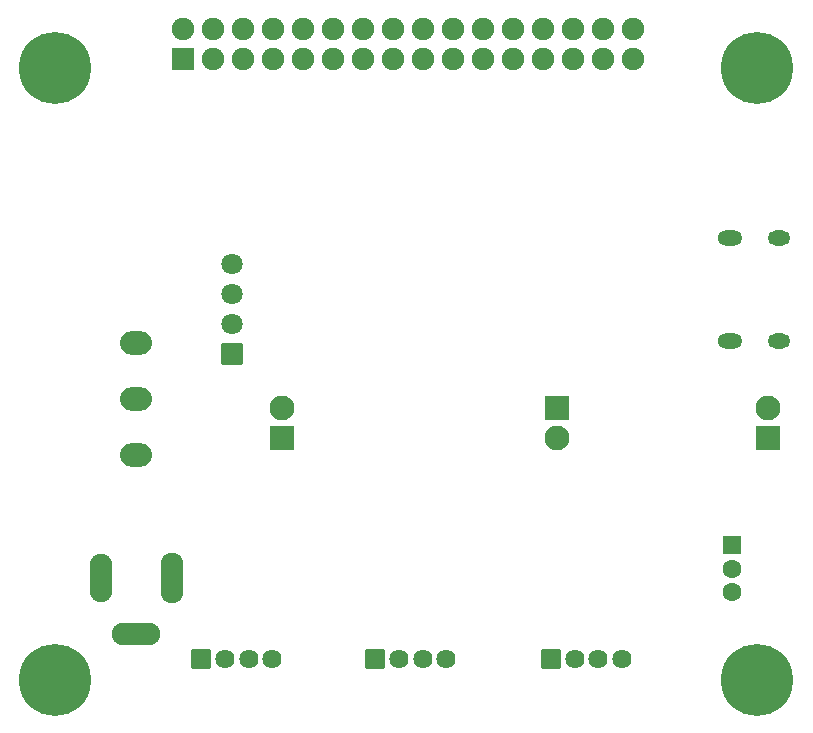
<source format=gbs>
G04 Layer: BottomSolderMaskLayer*
G04 EasyEDA Pro v2.2.36.7, 2025-05-26 04:11:26*
G04 Gerber Generator version 0.3*
G04 Scale: 100 percent, Rotated: No, Reflected: No*
G04 Dimensions in millimeters*
G04 Leading zeros omitted, absolute positions, 4 integers and 5 decimals*
%FSLAX45Y45*%
%MOMM*%
%AMRoundRect*1,1,$1,$2,$3*1,1,$1,$4,$5*1,1,$1,0-$2,0-$3*1,1,$1,0-$4,0-$5*20,1,$1,$2,$3,$4,$5,0*20,1,$1,$4,$5,0-$2,0-$3,0*20,1,$1,0-$2,0-$3,0-$4,0-$5,0*20,1,$1,0-$4,0-$5,$2,$3,0*4,1,4,$2,$3,$4,$5,0-$2,0-$3,0-$4,0-$5,$2,$3,0*%
%ADD10C,6.1016*%
%ADD11O,1.9016X4.30159*%
%ADD12O,1.9016X4.10159*%
%ADD13O,4.10159X1.9016*%
%ADD14O,1.9016X1.3016*%
%ADD15O,2.1016X1.3016*%
%ADD16O,2.69999X2.0*%
%ADD17RoundRect,0.09618X-0.85271X-0.85271X-0.85271X0.85271*%
%ADD18C,1.8016*%
%ADD19RoundRect,0.09645X-0.90258X0.90258X0.90258X0.90258*%
%ADD20C,1.9016*%
%ADD21RoundRect,0.09691X-1.00234X-1.00234X-1.00234X1.00234*%
%ADD22C,2.1016*%
%ADD23RoundRect,0.09691X1.00234X1.00234X1.00234X-1.00234*%
%ADD24C,1.6016*%
%ADD25RoundRect,0.09554X0.75303X0.75303X0.75303X-0.75303*%
%ADD26RoundRect,0.09562X-0.76499X0.76499X0.76499X0.76499*%
%ADD27C,1.6256*%
G75*


G04 Pad Start*
G54D10*
G01X457200Y-457200D03*
G01X6400800Y-457200D03*
G01X6400800Y-5638800D03*
G01X457200Y-5638800D03*
G54D11*
G01X1442999Y-4781334D03*
G54D12*
G01X843001Y-4781334D03*
G54D13*
G01X1142975Y-5251666D03*
G54D14*
G01X6584704Y-1904289D03*
G54D15*
G01X6166721Y-1904289D03*
G01X6166721Y-2769311D03*
G54D14*
G01X6584704Y-2769311D03*
G54D16*
G01X1143000Y-2793898D03*
G01X1143000Y-3263900D03*
G01X1143000Y-3733902D03*
G54D17*
G01X1955800Y-2882900D03*
G54D18*
G01X1955800Y-2628900D03*
G01X1955800Y-2374900D03*
G01X1955800Y-2120900D03*
G54D19*
G01X1536700Y-381000D03*
G54D20*
G01X1536700Y-127000D03*
G01X1790700Y-381000D03*
G01X1790700Y-127000D03*
G01X2044700Y-381000D03*
G01X2044700Y-127000D03*
G01X2298700Y-381000D03*
G01X2298700Y-127000D03*
G01X2552700Y-381000D03*
G01X2552700Y-127000D03*
G01X2806700Y-381000D03*
G01X2806700Y-127000D03*
G01X3060700Y-381000D03*
G01X3060700Y-127000D03*
G01X3314700Y-381000D03*
G01X3314700Y-127000D03*
G01X3568700Y-381000D03*
G01X3568700Y-127000D03*
G01X3822700Y-381000D03*
G01X3822700Y-127000D03*
G01X4076700Y-381000D03*
G01X4076700Y-127000D03*
G01X4330700Y-381000D03*
G01X4330700Y-127000D03*
G01X4584700Y-381000D03*
G01X4584700Y-127000D03*
G01X4838700Y-381000D03*
G01X4838700Y-127000D03*
G01X5092700Y-381000D03*
G01X5092700Y-127000D03*
G01X5346700Y-381000D03*
G01X5346700Y-127000D03*
G54D21*
G01X2374900Y-3594100D03*
G54D22*
G01X2374900Y-3340100D03*
G54D23*
G01X4700996Y-3336379D03*
G54D22*
G01X4700996Y-3590379D03*
G54D21*
G01X6489700Y-3594100D03*
G54D22*
G01X6489700Y-3340100D03*
G54D24*
G01X6184900Y-4899025D03*
G01X6184900Y-4699000D03*
G54D25*
G01X6184900Y-4498975D03*
G54D26*
G01X1693901Y-5461000D03*
G54D27*
G01X1893900Y-5461000D03*
G01X2093900Y-5461000D03*
G01X2293899Y-5461000D03*
G54D26*
G01X3167101Y-5461000D03*
G54D27*
G01X3367100Y-5461000D03*
G01X3567100Y-5461000D03*
G01X3767099Y-5461000D03*
G54D26*
G01X4653001Y-5461000D03*
G54D27*
G01X4853000Y-5461000D03*
G01X5053000Y-5461000D03*
G01X5252999Y-5461000D03*
G04 Pad End*

M02*


</source>
